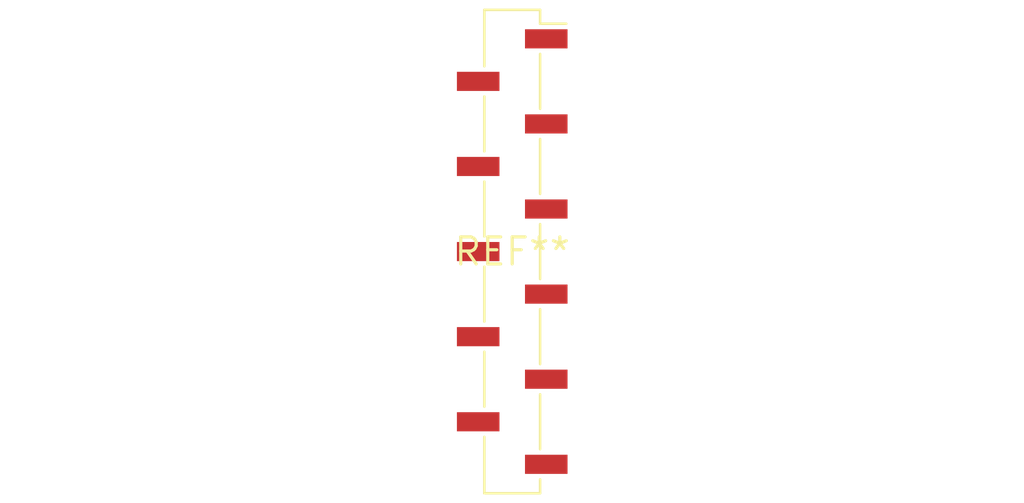
<source format=kicad_pcb>
(kicad_pcb (version 20240108) (generator pcbnew)
  (layers (0 "F.Cu" signal) (31 "B.Cu" signal) (34 "B.Paste" user) (35 "F.Paste" user) (36 "B.SilkS" user "B.Silkscreen") (37 "F.SilkS" user "F.Silkscreen") (38 "B.Mask" user) (39 "F.Mask" user) (44 "Edge.Cuts" user))
  (net 0 "")
  (footprint "PinSocket_1x11_P2.00mm_Vertical_SMD_Pin1Right" (layer "F.Cu") (at 0 0)
    (property "Reference" "REF**")
    (property "Value" "PinSocket_1x11_P2.00mm_Vertical_SMD_Pin1Right")
    (fp_line (start -1.31 -11.36) (end -1.31 -8.71) (layer "F.SilkS") (stroke (width 0.12)))
    (fp_line (start -1.31 -11.36) (end 1.31 -11.36) (layer "F.SilkS") (stroke (width 0.12)))
    (fp_line (start -1.31 -7.29) (end -1.31 -4.71) (layer "F.SilkS") (stroke (width 0.12)))
    (fp_line (start -1.31 -3.29) (end -1.31 -0.71) (layer "F.SilkS") (stroke (width 0.12)))
    (fp_line (start -1.31 0.71) (end -1.31 3.29) (layer "F.SilkS") (stroke (width 0.12)))
    (fp_line (start -1.31 4.71) (end -1.31 7.29) (layer "F.SilkS") (stroke (width 0.12)))
    (fp_line (start -1.31 8.71) (end -1.31 11.36) (layer "F.SilkS") (stroke (width 0.12)))
    (fp_line (start -1.31 11.36) (end 1.31 11.36) (layer "F.SilkS") (stroke (width 0.12)))
    (fp_line (start 1.31 -11.36) (end 1.31 -10.71) (layer "F.SilkS") (stroke (width 0.12)))
    (fp_line (start 1.31 -10.71) (end 2.54 -10.71) (layer "F.SilkS") (stroke (width 0.12)))
    (fp_line (start 1.31 -9.29) (end 1.31 -6.71) (layer "F.SilkS") (stroke (width 0.12)))
    (fp_line (start 1.31 -5.29) (end 1.31 -2.71) (layer "F.SilkS") (stroke (width 0.12)))
    (fp_line (start 1.31 -1.29) (end 1.31 1.29) (layer "F.SilkS") (stroke (width 0.12)))
    (fp_line (start 1.31 2.71) (end 1.31 5.29) (layer "F.SilkS") (stroke (width 0.12)))
    (fp_line (start 1.31 6.71) (end 1.31 9.29) (layer "F.SilkS") (stroke (width 0.12)))
    (fp_line (start 1.31 10.71) (end 1.31 11.36) (layer "F.SilkS") (stroke (width 0.12)))
    (pad "1" smd rect (at 1.6 -10) (size 2 0.9) (layers "F.Cu" "F.Paste" "F.Mask"))
    (pad "2" smd rect (at -1.6 -8) (size 2 0.9) (layers "F.Cu" "F.Paste" "F.Mask"))
    (pad "3" smd rect (at 1.6 -6) (size 2 0.9) (layers "F.Cu" "F.Paste" "F.Mask"))
    (pad "4" smd rect (at -1.6 -4) (size 2 0.9) (layers "F.Cu" "F.Paste" "F.Mask"))
    (pad "5" smd rect (at 1.6 -2) (size 2 0.9) (layers "F.Cu" "F.Paste" "F.Mask"))
    (pad "6" smd rect (at -1.6 0) (size 2 0.9) (layers "F.Cu" "F.Paste" "F.Mask"))
    (pad "7" smd rect (at 1.6 2) (size 2 0.9) (layers "F.Cu" "F.Paste" "F.Mask"))
    (pad "8" smd rect (at -1.6 4) (size 2 0.9) (layers "F.Cu" "F.Paste" "F.Mask"))
    (pad "9" smd rect (at 1.6 6) (size 2 0.9) (layers "F.Cu" "F.Paste" "F.Mask"))
    (pad "10" smd rect (at -1.6 8) (size 2 0.9) (layers "F.Cu" "F.Paste" "F.Mask"))
    (pad "11" smd rect (at 1.6 10) (size 2 0.9) (layers "F.Cu" "F.Paste" "F.Mask"))
  )
)
</source>
